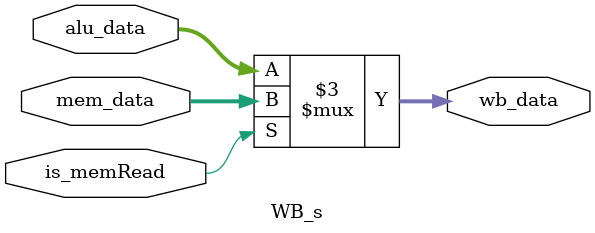
<source format=sv>
`timescale 1ns / 1ps

module WB_s(
        input  logic        is_memRead, 
        input  logic [31:0] mem_data, 
        input  logic [31:0] alu_data, 
        output logic [31:0] wb_data 
    );
    
    always_comb begin
        if (is_memRead)
            wb_data = mem_data;
        else
            wb_data = alu_data;
    end

endmodule

</source>
